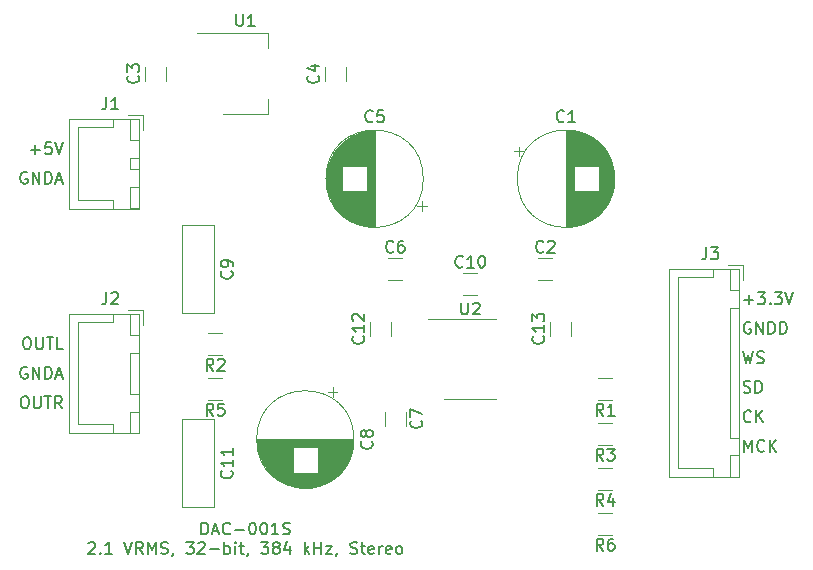
<source format=gbr>
%TF.GenerationSoftware,KiCad,Pcbnew,(5.1.6)-1*%
%TF.CreationDate,2020-11-10T02:08:12+03:00*%
%TF.ProjectId,dac-001s,6461632d-3030-4317-932e-6b696361645f,rev?*%
%TF.SameCoordinates,Original*%
%TF.FileFunction,Legend,Top*%
%TF.FilePolarity,Positive*%
%FSLAX46Y46*%
G04 Gerber Fmt 4.6, Leading zero omitted, Abs format (unit mm)*
G04 Created by KiCad (PCBNEW (5.1.6)-1) date 2020-11-10 02:08:12*
%MOMM*%
%LPD*%
G01*
G04 APERTURE LIST*
%ADD10C,0.150000*%
%ADD11C,0.120000*%
G04 APERTURE END LIST*
D10*
X104235714Y-78367380D02*
X104235714Y-77367380D01*
X104473809Y-77367380D01*
X104616666Y-77415000D01*
X104711904Y-77510238D01*
X104759523Y-77605476D01*
X104807142Y-77795952D01*
X104807142Y-77938809D01*
X104759523Y-78129285D01*
X104711904Y-78224523D01*
X104616666Y-78319761D01*
X104473809Y-78367380D01*
X104235714Y-78367380D01*
X105188095Y-78081666D02*
X105664285Y-78081666D01*
X105092857Y-78367380D02*
X105426190Y-77367380D01*
X105759523Y-78367380D01*
X106664285Y-78272142D02*
X106616666Y-78319761D01*
X106473809Y-78367380D01*
X106378571Y-78367380D01*
X106235714Y-78319761D01*
X106140476Y-78224523D01*
X106092857Y-78129285D01*
X106045238Y-77938809D01*
X106045238Y-77795952D01*
X106092857Y-77605476D01*
X106140476Y-77510238D01*
X106235714Y-77415000D01*
X106378571Y-77367380D01*
X106473809Y-77367380D01*
X106616666Y-77415000D01*
X106664285Y-77462619D01*
X107092857Y-77986428D02*
X107854761Y-77986428D01*
X108521428Y-77367380D02*
X108616666Y-77367380D01*
X108711904Y-77415000D01*
X108759523Y-77462619D01*
X108807142Y-77557857D01*
X108854761Y-77748333D01*
X108854761Y-77986428D01*
X108807142Y-78176904D01*
X108759523Y-78272142D01*
X108711904Y-78319761D01*
X108616666Y-78367380D01*
X108521428Y-78367380D01*
X108426190Y-78319761D01*
X108378571Y-78272142D01*
X108330952Y-78176904D01*
X108283333Y-77986428D01*
X108283333Y-77748333D01*
X108330952Y-77557857D01*
X108378571Y-77462619D01*
X108426190Y-77415000D01*
X108521428Y-77367380D01*
X109473809Y-77367380D02*
X109569047Y-77367380D01*
X109664285Y-77415000D01*
X109711904Y-77462619D01*
X109759523Y-77557857D01*
X109807142Y-77748333D01*
X109807142Y-77986428D01*
X109759523Y-78176904D01*
X109711904Y-78272142D01*
X109664285Y-78319761D01*
X109569047Y-78367380D01*
X109473809Y-78367380D01*
X109378571Y-78319761D01*
X109330952Y-78272142D01*
X109283333Y-78176904D01*
X109235714Y-77986428D01*
X109235714Y-77748333D01*
X109283333Y-77557857D01*
X109330952Y-77462619D01*
X109378571Y-77415000D01*
X109473809Y-77367380D01*
X110759523Y-78367380D02*
X110188095Y-78367380D01*
X110473809Y-78367380D02*
X110473809Y-77367380D01*
X110378571Y-77510238D01*
X110283333Y-77605476D01*
X110188095Y-77653095D01*
X111140476Y-78319761D02*
X111283333Y-78367380D01*
X111521428Y-78367380D01*
X111616666Y-78319761D01*
X111664285Y-78272142D01*
X111711904Y-78176904D01*
X111711904Y-78081666D01*
X111664285Y-77986428D01*
X111616666Y-77938809D01*
X111521428Y-77891190D01*
X111330952Y-77843571D01*
X111235714Y-77795952D01*
X111188095Y-77748333D01*
X111140476Y-77653095D01*
X111140476Y-77557857D01*
X111188095Y-77462619D01*
X111235714Y-77415000D01*
X111330952Y-77367380D01*
X111569047Y-77367380D01*
X111711904Y-77415000D01*
X94664285Y-79112619D02*
X94711904Y-79065000D01*
X94807142Y-79017380D01*
X95045238Y-79017380D01*
X95140476Y-79065000D01*
X95188095Y-79112619D01*
X95235714Y-79207857D01*
X95235714Y-79303095D01*
X95188095Y-79445952D01*
X94616666Y-80017380D01*
X95235714Y-80017380D01*
X95664285Y-79922142D02*
X95711904Y-79969761D01*
X95664285Y-80017380D01*
X95616666Y-79969761D01*
X95664285Y-79922142D01*
X95664285Y-80017380D01*
X96664285Y-80017380D02*
X96092857Y-80017380D01*
X96378571Y-80017380D02*
X96378571Y-79017380D01*
X96283333Y-79160238D01*
X96188095Y-79255476D01*
X96092857Y-79303095D01*
X97711904Y-79017380D02*
X98045238Y-80017380D01*
X98378571Y-79017380D01*
X99283333Y-80017380D02*
X98950000Y-79541190D01*
X98711904Y-80017380D02*
X98711904Y-79017380D01*
X99092857Y-79017380D01*
X99188095Y-79065000D01*
X99235714Y-79112619D01*
X99283333Y-79207857D01*
X99283333Y-79350714D01*
X99235714Y-79445952D01*
X99188095Y-79493571D01*
X99092857Y-79541190D01*
X98711904Y-79541190D01*
X99711904Y-80017380D02*
X99711904Y-79017380D01*
X100045238Y-79731666D01*
X100378571Y-79017380D01*
X100378571Y-80017380D01*
X100807142Y-79969761D02*
X100950000Y-80017380D01*
X101188095Y-80017380D01*
X101283333Y-79969761D01*
X101330952Y-79922142D01*
X101378571Y-79826904D01*
X101378571Y-79731666D01*
X101330952Y-79636428D01*
X101283333Y-79588809D01*
X101188095Y-79541190D01*
X100997619Y-79493571D01*
X100902380Y-79445952D01*
X100854761Y-79398333D01*
X100807142Y-79303095D01*
X100807142Y-79207857D01*
X100854761Y-79112619D01*
X100902380Y-79065000D01*
X100997619Y-79017380D01*
X101235714Y-79017380D01*
X101378571Y-79065000D01*
X101854761Y-79969761D02*
X101854761Y-80017380D01*
X101807142Y-80112619D01*
X101759523Y-80160238D01*
X102950000Y-79017380D02*
X103569047Y-79017380D01*
X103235714Y-79398333D01*
X103378571Y-79398333D01*
X103473809Y-79445952D01*
X103521428Y-79493571D01*
X103569047Y-79588809D01*
X103569047Y-79826904D01*
X103521428Y-79922142D01*
X103473809Y-79969761D01*
X103378571Y-80017380D01*
X103092857Y-80017380D01*
X102997619Y-79969761D01*
X102950000Y-79922142D01*
X103950000Y-79112619D02*
X103997619Y-79065000D01*
X104092857Y-79017380D01*
X104330952Y-79017380D01*
X104426190Y-79065000D01*
X104473809Y-79112619D01*
X104521428Y-79207857D01*
X104521428Y-79303095D01*
X104473809Y-79445952D01*
X103902380Y-80017380D01*
X104521428Y-80017380D01*
X104950000Y-79636428D02*
X105711904Y-79636428D01*
X106188095Y-80017380D02*
X106188095Y-79017380D01*
X106188095Y-79398333D02*
X106283333Y-79350714D01*
X106473809Y-79350714D01*
X106569047Y-79398333D01*
X106616666Y-79445952D01*
X106664285Y-79541190D01*
X106664285Y-79826904D01*
X106616666Y-79922142D01*
X106569047Y-79969761D01*
X106473809Y-80017380D01*
X106283333Y-80017380D01*
X106188095Y-79969761D01*
X107092857Y-80017380D02*
X107092857Y-79350714D01*
X107092857Y-79017380D02*
X107045238Y-79065000D01*
X107092857Y-79112619D01*
X107140476Y-79065000D01*
X107092857Y-79017380D01*
X107092857Y-79112619D01*
X107426190Y-79350714D02*
X107807142Y-79350714D01*
X107569047Y-79017380D02*
X107569047Y-79874523D01*
X107616666Y-79969761D01*
X107711904Y-80017380D01*
X107807142Y-80017380D01*
X108188095Y-79969761D02*
X108188095Y-80017380D01*
X108140476Y-80112619D01*
X108092857Y-80160238D01*
X109283333Y-79017380D02*
X109902380Y-79017380D01*
X109569047Y-79398333D01*
X109711904Y-79398333D01*
X109807142Y-79445952D01*
X109854761Y-79493571D01*
X109902380Y-79588809D01*
X109902380Y-79826904D01*
X109854761Y-79922142D01*
X109807142Y-79969761D01*
X109711904Y-80017380D01*
X109426190Y-80017380D01*
X109330952Y-79969761D01*
X109283333Y-79922142D01*
X110473809Y-79445952D02*
X110378571Y-79398333D01*
X110330952Y-79350714D01*
X110283333Y-79255476D01*
X110283333Y-79207857D01*
X110330952Y-79112619D01*
X110378571Y-79065000D01*
X110473809Y-79017380D01*
X110664285Y-79017380D01*
X110759523Y-79065000D01*
X110807142Y-79112619D01*
X110854761Y-79207857D01*
X110854761Y-79255476D01*
X110807142Y-79350714D01*
X110759523Y-79398333D01*
X110664285Y-79445952D01*
X110473809Y-79445952D01*
X110378571Y-79493571D01*
X110330952Y-79541190D01*
X110283333Y-79636428D01*
X110283333Y-79826904D01*
X110330952Y-79922142D01*
X110378571Y-79969761D01*
X110473809Y-80017380D01*
X110664285Y-80017380D01*
X110759523Y-79969761D01*
X110807142Y-79922142D01*
X110854761Y-79826904D01*
X110854761Y-79636428D01*
X110807142Y-79541190D01*
X110759523Y-79493571D01*
X110664285Y-79445952D01*
X111711904Y-79350714D02*
X111711904Y-80017380D01*
X111473809Y-78969761D02*
X111235714Y-79684047D01*
X111854761Y-79684047D01*
X112997619Y-80017380D02*
X112997619Y-79017380D01*
X113092857Y-79636428D02*
X113378571Y-80017380D01*
X113378571Y-79350714D02*
X112997619Y-79731666D01*
X113807142Y-80017380D02*
X113807142Y-79017380D01*
X113807142Y-79493571D02*
X114378571Y-79493571D01*
X114378571Y-80017380D02*
X114378571Y-79017380D01*
X114759523Y-79350714D02*
X115283333Y-79350714D01*
X114759523Y-80017380D01*
X115283333Y-80017380D01*
X115711904Y-79969761D02*
X115711904Y-80017380D01*
X115664285Y-80112619D01*
X115616666Y-80160238D01*
X116854761Y-79969761D02*
X116997619Y-80017380D01*
X117235714Y-80017380D01*
X117330952Y-79969761D01*
X117378571Y-79922142D01*
X117426190Y-79826904D01*
X117426190Y-79731666D01*
X117378571Y-79636428D01*
X117330952Y-79588809D01*
X117235714Y-79541190D01*
X117045238Y-79493571D01*
X116950000Y-79445952D01*
X116902380Y-79398333D01*
X116854761Y-79303095D01*
X116854761Y-79207857D01*
X116902380Y-79112619D01*
X116950000Y-79065000D01*
X117045238Y-79017380D01*
X117283333Y-79017380D01*
X117426190Y-79065000D01*
X117711904Y-79350714D02*
X118092857Y-79350714D01*
X117854761Y-79017380D02*
X117854761Y-79874523D01*
X117902380Y-79969761D01*
X117997619Y-80017380D01*
X118092857Y-80017380D01*
X118807142Y-79969761D02*
X118711904Y-80017380D01*
X118521428Y-80017380D01*
X118426190Y-79969761D01*
X118378571Y-79874523D01*
X118378571Y-79493571D01*
X118426190Y-79398333D01*
X118521428Y-79350714D01*
X118711904Y-79350714D01*
X118807142Y-79398333D01*
X118854761Y-79493571D01*
X118854761Y-79588809D01*
X118378571Y-79684047D01*
X119283333Y-80017380D02*
X119283333Y-79350714D01*
X119283333Y-79541190D02*
X119330952Y-79445952D01*
X119378571Y-79398333D01*
X119473809Y-79350714D01*
X119569047Y-79350714D01*
X120283333Y-79969761D02*
X120188095Y-80017380D01*
X119997619Y-80017380D01*
X119902380Y-79969761D01*
X119854761Y-79874523D01*
X119854761Y-79493571D01*
X119902380Y-79398333D01*
X119997619Y-79350714D01*
X120188095Y-79350714D01*
X120283333Y-79398333D01*
X120330952Y-79493571D01*
X120330952Y-79588809D01*
X119854761Y-79684047D01*
X120902380Y-80017380D02*
X120807142Y-79969761D01*
X120759523Y-79922142D01*
X120711904Y-79826904D01*
X120711904Y-79541190D01*
X120759523Y-79445952D01*
X120807142Y-79398333D01*
X120902380Y-79350714D01*
X121045238Y-79350714D01*
X121140476Y-79398333D01*
X121188095Y-79445952D01*
X121235714Y-79541190D01*
X121235714Y-79826904D01*
X121188095Y-79922142D01*
X121140476Y-79969761D01*
X121045238Y-80017380D01*
X120902380Y-80017380D01*
X89802976Y-45791428D02*
X90564880Y-45791428D01*
X90183928Y-46172380D02*
X90183928Y-45410476D01*
X91517261Y-45172380D02*
X91041071Y-45172380D01*
X90993452Y-45648571D01*
X91041071Y-45600952D01*
X91136309Y-45553333D01*
X91374404Y-45553333D01*
X91469642Y-45600952D01*
X91517261Y-45648571D01*
X91564880Y-45743809D01*
X91564880Y-45981904D01*
X91517261Y-46077142D01*
X91469642Y-46124761D01*
X91374404Y-46172380D01*
X91136309Y-46172380D01*
X91041071Y-46124761D01*
X90993452Y-46077142D01*
X91850595Y-45172380D02*
X92183928Y-46172380D01*
X92517261Y-45172380D01*
X89469642Y-47720000D02*
X89374404Y-47672380D01*
X89231547Y-47672380D01*
X89088690Y-47720000D01*
X88993452Y-47815238D01*
X88945833Y-47910476D01*
X88898214Y-48100952D01*
X88898214Y-48243809D01*
X88945833Y-48434285D01*
X88993452Y-48529523D01*
X89088690Y-48624761D01*
X89231547Y-48672380D01*
X89326785Y-48672380D01*
X89469642Y-48624761D01*
X89517261Y-48577142D01*
X89517261Y-48243809D01*
X89326785Y-48243809D01*
X89945833Y-48672380D02*
X89945833Y-47672380D01*
X90517261Y-48672380D01*
X90517261Y-47672380D01*
X90993452Y-48672380D02*
X90993452Y-47672380D01*
X91231547Y-47672380D01*
X91374404Y-47720000D01*
X91469642Y-47815238D01*
X91517261Y-47910476D01*
X91564880Y-48100952D01*
X91564880Y-48243809D01*
X91517261Y-48434285D01*
X91469642Y-48529523D01*
X91374404Y-48624761D01*
X91231547Y-48672380D01*
X90993452Y-48672380D01*
X91945833Y-48386666D02*
X92422023Y-48386666D01*
X91850595Y-48672380D02*
X92183928Y-47672380D01*
X92517261Y-48672380D01*
X150195595Y-71372380D02*
X150195595Y-70372380D01*
X150528928Y-71086666D01*
X150862261Y-70372380D01*
X150862261Y-71372380D01*
X151909880Y-71277142D02*
X151862261Y-71324761D01*
X151719404Y-71372380D01*
X151624166Y-71372380D01*
X151481309Y-71324761D01*
X151386071Y-71229523D01*
X151338452Y-71134285D01*
X151290833Y-70943809D01*
X151290833Y-70800952D01*
X151338452Y-70610476D01*
X151386071Y-70515238D01*
X151481309Y-70420000D01*
X151624166Y-70372380D01*
X151719404Y-70372380D01*
X151862261Y-70420000D01*
X151909880Y-70467619D01*
X152338452Y-71372380D02*
X152338452Y-70372380D01*
X152909880Y-71372380D02*
X152481309Y-70800952D01*
X152909880Y-70372380D02*
X152338452Y-70943809D01*
X150767023Y-68777142D02*
X150719404Y-68824761D01*
X150576547Y-68872380D01*
X150481309Y-68872380D01*
X150338452Y-68824761D01*
X150243214Y-68729523D01*
X150195595Y-68634285D01*
X150147976Y-68443809D01*
X150147976Y-68300952D01*
X150195595Y-68110476D01*
X150243214Y-68015238D01*
X150338452Y-67920000D01*
X150481309Y-67872380D01*
X150576547Y-67872380D01*
X150719404Y-67920000D01*
X150767023Y-67967619D01*
X151195595Y-68872380D02*
X151195595Y-67872380D01*
X151767023Y-68872380D02*
X151338452Y-68300952D01*
X151767023Y-67872380D02*
X151195595Y-68443809D01*
X150147976Y-66324761D02*
X150290833Y-66372380D01*
X150528928Y-66372380D01*
X150624166Y-66324761D01*
X150671785Y-66277142D01*
X150719404Y-66181904D01*
X150719404Y-66086666D01*
X150671785Y-65991428D01*
X150624166Y-65943809D01*
X150528928Y-65896190D01*
X150338452Y-65848571D01*
X150243214Y-65800952D01*
X150195595Y-65753333D01*
X150147976Y-65658095D01*
X150147976Y-65562857D01*
X150195595Y-65467619D01*
X150243214Y-65420000D01*
X150338452Y-65372380D01*
X150576547Y-65372380D01*
X150719404Y-65420000D01*
X151147976Y-66372380D02*
X151147976Y-65372380D01*
X151386071Y-65372380D01*
X151528928Y-65420000D01*
X151624166Y-65515238D01*
X151671785Y-65610476D01*
X151719404Y-65800952D01*
X151719404Y-65943809D01*
X151671785Y-66134285D01*
X151624166Y-66229523D01*
X151528928Y-66324761D01*
X151386071Y-66372380D01*
X151147976Y-66372380D01*
X150100357Y-62872380D02*
X150338452Y-63872380D01*
X150528928Y-63158095D01*
X150719404Y-63872380D01*
X150957500Y-62872380D01*
X151290833Y-63824761D02*
X151433690Y-63872380D01*
X151671785Y-63872380D01*
X151767023Y-63824761D01*
X151814642Y-63777142D01*
X151862261Y-63681904D01*
X151862261Y-63586666D01*
X151814642Y-63491428D01*
X151767023Y-63443809D01*
X151671785Y-63396190D01*
X151481309Y-63348571D01*
X151386071Y-63300952D01*
X151338452Y-63253333D01*
X151290833Y-63158095D01*
X151290833Y-63062857D01*
X151338452Y-62967619D01*
X151386071Y-62920000D01*
X151481309Y-62872380D01*
X151719404Y-62872380D01*
X151862261Y-62920000D01*
X150719404Y-60420000D02*
X150624166Y-60372380D01*
X150481309Y-60372380D01*
X150338452Y-60420000D01*
X150243214Y-60515238D01*
X150195595Y-60610476D01*
X150147976Y-60800952D01*
X150147976Y-60943809D01*
X150195595Y-61134285D01*
X150243214Y-61229523D01*
X150338452Y-61324761D01*
X150481309Y-61372380D01*
X150576547Y-61372380D01*
X150719404Y-61324761D01*
X150767023Y-61277142D01*
X150767023Y-60943809D01*
X150576547Y-60943809D01*
X151195595Y-61372380D02*
X151195595Y-60372380D01*
X151767023Y-61372380D01*
X151767023Y-60372380D01*
X152243214Y-61372380D02*
X152243214Y-60372380D01*
X152481309Y-60372380D01*
X152624166Y-60420000D01*
X152719404Y-60515238D01*
X152767023Y-60610476D01*
X152814642Y-60800952D01*
X152814642Y-60943809D01*
X152767023Y-61134285D01*
X152719404Y-61229523D01*
X152624166Y-61324761D01*
X152481309Y-61372380D01*
X152243214Y-61372380D01*
X153243214Y-61372380D02*
X153243214Y-60372380D01*
X153481309Y-60372380D01*
X153624166Y-60420000D01*
X153719404Y-60515238D01*
X153767023Y-60610476D01*
X153814642Y-60800952D01*
X153814642Y-60943809D01*
X153767023Y-61134285D01*
X153719404Y-61229523D01*
X153624166Y-61324761D01*
X153481309Y-61372380D01*
X153243214Y-61372380D01*
X150195595Y-58491428D02*
X150957500Y-58491428D01*
X150576547Y-58872380D02*
X150576547Y-58110476D01*
X151338452Y-57872380D02*
X151957500Y-57872380D01*
X151624166Y-58253333D01*
X151767023Y-58253333D01*
X151862261Y-58300952D01*
X151909880Y-58348571D01*
X151957500Y-58443809D01*
X151957500Y-58681904D01*
X151909880Y-58777142D01*
X151862261Y-58824761D01*
X151767023Y-58872380D01*
X151481309Y-58872380D01*
X151386071Y-58824761D01*
X151338452Y-58777142D01*
X152386071Y-58777142D02*
X152433690Y-58824761D01*
X152386071Y-58872380D01*
X152338452Y-58824761D01*
X152386071Y-58777142D01*
X152386071Y-58872380D01*
X152767023Y-57872380D02*
X153386071Y-57872380D01*
X153052738Y-58253333D01*
X153195595Y-58253333D01*
X153290833Y-58300952D01*
X153338452Y-58348571D01*
X153386071Y-58443809D01*
X153386071Y-58681904D01*
X153338452Y-58777142D01*
X153290833Y-58824761D01*
X153195595Y-58872380D01*
X152909880Y-58872380D01*
X152814642Y-58824761D01*
X152767023Y-58777142D01*
X153671785Y-57872380D02*
X154005119Y-58872380D01*
X154338452Y-57872380D01*
X89183928Y-66682380D02*
X89374404Y-66682380D01*
X89469642Y-66730000D01*
X89564880Y-66825238D01*
X89612500Y-67015714D01*
X89612500Y-67349047D01*
X89564880Y-67539523D01*
X89469642Y-67634761D01*
X89374404Y-67682380D01*
X89183928Y-67682380D01*
X89088690Y-67634761D01*
X88993452Y-67539523D01*
X88945833Y-67349047D01*
X88945833Y-67015714D01*
X88993452Y-66825238D01*
X89088690Y-66730000D01*
X89183928Y-66682380D01*
X90041071Y-66682380D02*
X90041071Y-67491904D01*
X90088690Y-67587142D01*
X90136309Y-67634761D01*
X90231547Y-67682380D01*
X90422023Y-67682380D01*
X90517261Y-67634761D01*
X90564880Y-67587142D01*
X90612500Y-67491904D01*
X90612500Y-66682380D01*
X90945833Y-66682380D02*
X91517261Y-66682380D01*
X91231547Y-67682380D02*
X91231547Y-66682380D01*
X92422023Y-67682380D02*
X92088690Y-67206190D01*
X91850595Y-67682380D02*
X91850595Y-66682380D01*
X92231547Y-66682380D01*
X92326785Y-66730000D01*
X92374404Y-66777619D01*
X92422023Y-66872857D01*
X92422023Y-67015714D01*
X92374404Y-67110952D01*
X92326785Y-67158571D01*
X92231547Y-67206190D01*
X91850595Y-67206190D01*
X89469642Y-64230000D02*
X89374404Y-64182380D01*
X89231547Y-64182380D01*
X89088690Y-64230000D01*
X88993452Y-64325238D01*
X88945833Y-64420476D01*
X88898214Y-64610952D01*
X88898214Y-64753809D01*
X88945833Y-64944285D01*
X88993452Y-65039523D01*
X89088690Y-65134761D01*
X89231547Y-65182380D01*
X89326785Y-65182380D01*
X89469642Y-65134761D01*
X89517261Y-65087142D01*
X89517261Y-64753809D01*
X89326785Y-64753809D01*
X89945833Y-65182380D02*
X89945833Y-64182380D01*
X90517261Y-65182380D01*
X90517261Y-64182380D01*
X90993452Y-65182380D02*
X90993452Y-64182380D01*
X91231547Y-64182380D01*
X91374404Y-64230000D01*
X91469642Y-64325238D01*
X91517261Y-64420476D01*
X91564880Y-64610952D01*
X91564880Y-64753809D01*
X91517261Y-64944285D01*
X91469642Y-65039523D01*
X91374404Y-65134761D01*
X91231547Y-65182380D01*
X90993452Y-65182380D01*
X91945833Y-64896666D02*
X92422023Y-64896666D01*
X91850595Y-65182380D02*
X92183928Y-64182380D01*
X92517261Y-65182380D01*
X89374404Y-61682380D02*
X89564880Y-61682380D01*
X89660119Y-61730000D01*
X89755357Y-61825238D01*
X89802976Y-62015714D01*
X89802976Y-62349047D01*
X89755357Y-62539523D01*
X89660119Y-62634761D01*
X89564880Y-62682380D01*
X89374404Y-62682380D01*
X89279166Y-62634761D01*
X89183928Y-62539523D01*
X89136309Y-62349047D01*
X89136309Y-62015714D01*
X89183928Y-61825238D01*
X89279166Y-61730000D01*
X89374404Y-61682380D01*
X90231547Y-61682380D02*
X90231547Y-62491904D01*
X90279166Y-62587142D01*
X90326785Y-62634761D01*
X90422023Y-62682380D01*
X90612500Y-62682380D01*
X90707738Y-62634761D01*
X90755357Y-62587142D01*
X90802976Y-62491904D01*
X90802976Y-61682380D01*
X91136309Y-61682380D02*
X91707738Y-61682380D01*
X91422023Y-62682380D02*
X91422023Y-61682380D01*
X92517261Y-62682380D02*
X92041071Y-62682380D01*
X92041071Y-61682380D01*
D11*
%TO.C,J3*%
X150070000Y-55570000D02*
X148820000Y-55570000D01*
X150070000Y-56820000D02*
X150070000Y-55570000D01*
X144570000Y-72720000D02*
X144570000Y-64670000D01*
X147520000Y-72720000D02*
X144570000Y-72720000D01*
X147520000Y-73470000D02*
X147520000Y-72720000D01*
X144570000Y-56620000D02*
X144570000Y-64670000D01*
X147520000Y-56620000D02*
X144570000Y-56620000D01*
X147520000Y-55870000D02*
X147520000Y-56620000D01*
X149770000Y-73470000D02*
X149770000Y-71670000D01*
X149020000Y-73470000D02*
X149770000Y-73470000D01*
X149020000Y-71670000D02*
X149020000Y-73470000D01*
X149770000Y-71670000D02*
X149020000Y-71670000D01*
X149770000Y-57670000D02*
X149770000Y-55870000D01*
X149020000Y-57670000D02*
X149770000Y-57670000D01*
X149020000Y-55870000D02*
X149020000Y-57670000D01*
X149770000Y-55870000D02*
X149020000Y-55870000D01*
X149770000Y-70170000D02*
X149770000Y-59170000D01*
X149020000Y-70170000D02*
X149770000Y-70170000D01*
X149020000Y-59170000D02*
X149020000Y-70170000D01*
X149770000Y-59170000D02*
X149020000Y-59170000D01*
X149780000Y-73480000D02*
X149780000Y-55860000D01*
X143810000Y-73480000D02*
X149780000Y-73480000D01*
X143810000Y-55860000D02*
X143810000Y-73480000D01*
X149780000Y-55860000D02*
X143810000Y-55860000D01*
%TO.C,J2*%
X99270000Y-59380000D02*
X98020000Y-59380000D01*
X99270000Y-60630000D02*
X99270000Y-59380000D01*
X93770000Y-69030000D02*
X93770000Y-64730000D01*
X96720000Y-69030000D02*
X93770000Y-69030000D01*
X96720000Y-69780000D02*
X96720000Y-69030000D01*
X93770000Y-60430000D02*
X93770000Y-64730000D01*
X96720000Y-60430000D02*
X93770000Y-60430000D01*
X96720000Y-59680000D02*
X96720000Y-60430000D01*
X98970000Y-69780000D02*
X98970000Y-67980000D01*
X98220000Y-69780000D02*
X98970000Y-69780000D01*
X98220000Y-67980000D02*
X98220000Y-69780000D01*
X98970000Y-67980000D02*
X98220000Y-67980000D01*
X98970000Y-61480000D02*
X98970000Y-59680000D01*
X98220000Y-61480000D02*
X98970000Y-61480000D01*
X98220000Y-59680000D02*
X98220000Y-61480000D01*
X98970000Y-59680000D02*
X98220000Y-59680000D01*
X98970000Y-66480000D02*
X98970000Y-62980000D01*
X98220000Y-66480000D02*
X98970000Y-66480000D01*
X98220000Y-62980000D02*
X98220000Y-66480000D01*
X98970000Y-62980000D02*
X98220000Y-62980000D01*
X98980000Y-69790000D02*
X98980000Y-59670000D01*
X93010000Y-69790000D02*
X98980000Y-69790000D01*
X93010000Y-59670000D02*
X93010000Y-69790000D01*
X98980000Y-59670000D02*
X93010000Y-59670000D01*
%TO.C,J1*%
X99270000Y-42870000D02*
X98020000Y-42870000D01*
X99270000Y-44120000D02*
X99270000Y-42870000D01*
X93770000Y-50020000D02*
X93770000Y-46970000D01*
X96720000Y-50020000D02*
X93770000Y-50020000D01*
X96720000Y-50770000D02*
X96720000Y-50020000D01*
X93770000Y-43920000D02*
X93770000Y-46970000D01*
X96720000Y-43920000D02*
X93770000Y-43920000D01*
X96720000Y-43170000D02*
X96720000Y-43920000D01*
X98970000Y-50770000D02*
X98970000Y-48970000D01*
X98220000Y-50770000D02*
X98970000Y-50770000D01*
X98220000Y-48970000D02*
X98220000Y-50770000D01*
X98970000Y-48970000D02*
X98220000Y-48970000D01*
X98970000Y-44970000D02*
X98970000Y-43170000D01*
X98220000Y-44970000D02*
X98970000Y-44970000D01*
X98220000Y-43170000D02*
X98220000Y-44970000D01*
X98970000Y-43170000D02*
X98220000Y-43170000D01*
X98970000Y-47470000D02*
X98970000Y-46470000D01*
X98220000Y-47470000D02*
X98970000Y-47470000D01*
X98220000Y-46470000D02*
X98220000Y-47470000D01*
X98970000Y-46470000D02*
X98220000Y-46470000D01*
X98980000Y-50780000D02*
X98980000Y-43160000D01*
X93010000Y-50780000D02*
X98980000Y-50780000D01*
X93010000Y-43160000D02*
X93010000Y-50780000D01*
X98980000Y-43160000D02*
X93010000Y-43160000D01*
%TO.C,R6*%
X139032064Y-78380000D02*
X137827936Y-78380000D01*
X139032064Y-76560000D02*
X137827936Y-76560000D01*
%TO.C,R4*%
X139032064Y-74570000D02*
X137827936Y-74570000D01*
X139032064Y-72750000D02*
X137827936Y-72750000D01*
%TO.C,R3*%
X139032064Y-70760000D02*
X137827936Y-70760000D01*
X139032064Y-68940000D02*
X137827936Y-68940000D01*
%TO.C,R1*%
X139032064Y-66950000D02*
X137827936Y-66950000D01*
X139032064Y-65130000D02*
X137827936Y-65130000D01*
%TO.C,C1*%
X131090302Y-45545000D02*
X131090302Y-46345000D01*
X130690302Y-45945000D02*
X131490302Y-45945000D01*
X139181000Y-47727000D02*
X139181000Y-48793000D01*
X139141000Y-47492000D02*
X139141000Y-49028000D01*
X139101000Y-47312000D02*
X139101000Y-49208000D01*
X139061000Y-47162000D02*
X139061000Y-49358000D01*
X139021000Y-47031000D02*
X139021000Y-49489000D01*
X138981000Y-46914000D02*
X138981000Y-49606000D01*
X138941000Y-46807000D02*
X138941000Y-49713000D01*
X138901000Y-46708000D02*
X138901000Y-49812000D01*
X138861000Y-46615000D02*
X138861000Y-49905000D01*
X138821000Y-46529000D02*
X138821000Y-49991000D01*
X138781000Y-46447000D02*
X138781000Y-50073000D01*
X138741000Y-46370000D02*
X138741000Y-50150000D01*
X138701000Y-46296000D02*
X138701000Y-50224000D01*
X138661000Y-46226000D02*
X138661000Y-50294000D01*
X138621000Y-46158000D02*
X138621000Y-50362000D01*
X138581000Y-46094000D02*
X138581000Y-50426000D01*
X138541000Y-46032000D02*
X138541000Y-50488000D01*
X138501000Y-45973000D02*
X138501000Y-50547000D01*
X138461000Y-45915000D02*
X138461000Y-50605000D01*
X138421000Y-45860000D02*
X138421000Y-50660000D01*
X138381000Y-45806000D02*
X138381000Y-50714000D01*
X138341000Y-45755000D02*
X138341000Y-50765000D01*
X138301000Y-45704000D02*
X138301000Y-50816000D01*
X138261000Y-45656000D02*
X138261000Y-50864000D01*
X138221000Y-45609000D02*
X138221000Y-50911000D01*
X138181000Y-45563000D02*
X138181000Y-50957000D01*
X138141000Y-45519000D02*
X138141000Y-51001000D01*
X138101000Y-45476000D02*
X138101000Y-51044000D01*
X138061000Y-45434000D02*
X138061000Y-51086000D01*
X138021000Y-45393000D02*
X138021000Y-51127000D01*
X137981000Y-45353000D02*
X137981000Y-51167000D01*
X137941000Y-45315000D02*
X137941000Y-51205000D01*
X137901000Y-45277000D02*
X137901000Y-51243000D01*
X137861000Y-49300000D02*
X137861000Y-51279000D01*
X137861000Y-45241000D02*
X137861000Y-47220000D01*
X137821000Y-49300000D02*
X137821000Y-51315000D01*
X137821000Y-45205000D02*
X137821000Y-47220000D01*
X137781000Y-49300000D02*
X137781000Y-51350000D01*
X137781000Y-45170000D02*
X137781000Y-47220000D01*
X137741000Y-49300000D02*
X137741000Y-51384000D01*
X137741000Y-45136000D02*
X137741000Y-47220000D01*
X137701000Y-49300000D02*
X137701000Y-51416000D01*
X137701000Y-45104000D02*
X137701000Y-47220000D01*
X137661000Y-49300000D02*
X137661000Y-51449000D01*
X137661000Y-45071000D02*
X137661000Y-47220000D01*
X137621000Y-49300000D02*
X137621000Y-51480000D01*
X137621000Y-45040000D02*
X137621000Y-47220000D01*
X137581000Y-49300000D02*
X137581000Y-51510000D01*
X137581000Y-45010000D02*
X137581000Y-47220000D01*
X137541000Y-49300000D02*
X137541000Y-51540000D01*
X137541000Y-44980000D02*
X137541000Y-47220000D01*
X137501000Y-49300000D02*
X137501000Y-51569000D01*
X137501000Y-44951000D02*
X137501000Y-47220000D01*
X137461000Y-49300000D02*
X137461000Y-51598000D01*
X137461000Y-44922000D02*
X137461000Y-47220000D01*
X137421000Y-49300000D02*
X137421000Y-51625000D01*
X137421000Y-44895000D02*
X137421000Y-47220000D01*
X137381000Y-49300000D02*
X137381000Y-51652000D01*
X137381000Y-44868000D02*
X137381000Y-47220000D01*
X137341000Y-49300000D02*
X137341000Y-51678000D01*
X137341000Y-44842000D02*
X137341000Y-47220000D01*
X137301000Y-49300000D02*
X137301000Y-51704000D01*
X137301000Y-44816000D02*
X137301000Y-47220000D01*
X137261000Y-49300000D02*
X137261000Y-51729000D01*
X137261000Y-44791000D02*
X137261000Y-47220000D01*
X137221000Y-49300000D02*
X137221000Y-51753000D01*
X137221000Y-44767000D02*
X137221000Y-47220000D01*
X137181000Y-49300000D02*
X137181000Y-51777000D01*
X137181000Y-44743000D02*
X137181000Y-47220000D01*
X137141000Y-49300000D02*
X137141000Y-51800000D01*
X137141000Y-44720000D02*
X137141000Y-47220000D01*
X137101000Y-49300000D02*
X137101000Y-51822000D01*
X137101000Y-44698000D02*
X137101000Y-47220000D01*
X137061000Y-49300000D02*
X137061000Y-51844000D01*
X137061000Y-44676000D02*
X137061000Y-47220000D01*
X137021000Y-49300000D02*
X137021000Y-51866000D01*
X137021000Y-44654000D02*
X137021000Y-47220000D01*
X136981000Y-49300000D02*
X136981000Y-51887000D01*
X136981000Y-44633000D02*
X136981000Y-47220000D01*
X136941000Y-49300000D02*
X136941000Y-51907000D01*
X136941000Y-44613000D02*
X136941000Y-47220000D01*
X136901000Y-49300000D02*
X136901000Y-51926000D01*
X136901000Y-44594000D02*
X136901000Y-47220000D01*
X136861000Y-49300000D02*
X136861000Y-51946000D01*
X136861000Y-44574000D02*
X136861000Y-47220000D01*
X136821000Y-49300000D02*
X136821000Y-51964000D01*
X136821000Y-44556000D02*
X136821000Y-47220000D01*
X136781000Y-49300000D02*
X136781000Y-51982000D01*
X136781000Y-44538000D02*
X136781000Y-47220000D01*
X136741000Y-49300000D02*
X136741000Y-52000000D01*
X136741000Y-44520000D02*
X136741000Y-47220000D01*
X136701000Y-49300000D02*
X136701000Y-52017000D01*
X136701000Y-44503000D02*
X136701000Y-47220000D01*
X136661000Y-49300000D02*
X136661000Y-52034000D01*
X136661000Y-44486000D02*
X136661000Y-47220000D01*
X136621000Y-49300000D02*
X136621000Y-52050000D01*
X136621000Y-44470000D02*
X136621000Y-47220000D01*
X136581000Y-49300000D02*
X136581000Y-52065000D01*
X136581000Y-44455000D02*
X136581000Y-47220000D01*
X136541000Y-49300000D02*
X136541000Y-52081000D01*
X136541000Y-44439000D02*
X136541000Y-47220000D01*
X136501000Y-49300000D02*
X136501000Y-52095000D01*
X136501000Y-44425000D02*
X136501000Y-47220000D01*
X136461000Y-49300000D02*
X136461000Y-52110000D01*
X136461000Y-44410000D02*
X136461000Y-47220000D01*
X136421000Y-49300000D02*
X136421000Y-52123000D01*
X136421000Y-44397000D02*
X136421000Y-47220000D01*
X136381000Y-49300000D02*
X136381000Y-52137000D01*
X136381000Y-44383000D02*
X136381000Y-47220000D01*
X136341000Y-49300000D02*
X136341000Y-52149000D01*
X136341000Y-44371000D02*
X136341000Y-47220000D01*
X136301000Y-49300000D02*
X136301000Y-52162000D01*
X136301000Y-44358000D02*
X136301000Y-47220000D01*
X136261000Y-49300000D02*
X136261000Y-52174000D01*
X136261000Y-44346000D02*
X136261000Y-47220000D01*
X136221000Y-49300000D02*
X136221000Y-52185000D01*
X136221000Y-44335000D02*
X136221000Y-47220000D01*
X136181000Y-49300000D02*
X136181000Y-52196000D01*
X136181000Y-44324000D02*
X136181000Y-47220000D01*
X136141000Y-49300000D02*
X136141000Y-52207000D01*
X136141000Y-44313000D02*
X136141000Y-47220000D01*
X136101000Y-49300000D02*
X136101000Y-52217000D01*
X136101000Y-44303000D02*
X136101000Y-47220000D01*
X136061000Y-49300000D02*
X136061000Y-52227000D01*
X136061000Y-44293000D02*
X136061000Y-47220000D01*
X136021000Y-49300000D02*
X136021000Y-52236000D01*
X136021000Y-44284000D02*
X136021000Y-47220000D01*
X135981000Y-49300000D02*
X135981000Y-52245000D01*
X135981000Y-44275000D02*
X135981000Y-47220000D01*
X135941000Y-49300000D02*
X135941000Y-52254000D01*
X135941000Y-44266000D02*
X135941000Y-47220000D01*
X135901000Y-49300000D02*
X135901000Y-52262000D01*
X135901000Y-44258000D02*
X135901000Y-47220000D01*
X135861000Y-49300000D02*
X135861000Y-52270000D01*
X135861000Y-44250000D02*
X135861000Y-47220000D01*
X135821000Y-49300000D02*
X135821000Y-52277000D01*
X135821000Y-44243000D02*
X135821000Y-47220000D01*
X135780000Y-44236000D02*
X135780000Y-52284000D01*
X135740000Y-44230000D02*
X135740000Y-52290000D01*
X135700000Y-44223000D02*
X135700000Y-52297000D01*
X135660000Y-44218000D02*
X135660000Y-52302000D01*
X135620000Y-44212000D02*
X135620000Y-52308000D01*
X135580000Y-44208000D02*
X135580000Y-52312000D01*
X135540000Y-44203000D02*
X135540000Y-52317000D01*
X135500000Y-44199000D02*
X135500000Y-52321000D01*
X135460000Y-44195000D02*
X135460000Y-52325000D01*
X135420000Y-44192000D02*
X135420000Y-52328000D01*
X135380000Y-44189000D02*
X135380000Y-52331000D01*
X135340000Y-44186000D02*
X135340000Y-52334000D01*
X135300000Y-44184000D02*
X135300000Y-52336000D01*
X135260000Y-44183000D02*
X135260000Y-52337000D01*
X135220000Y-44181000D02*
X135220000Y-52339000D01*
X135180000Y-44180000D02*
X135180000Y-52340000D01*
X135140000Y-44180000D02*
X135140000Y-52340000D01*
X135100000Y-44180000D02*
X135100000Y-52340000D01*
X139220000Y-48260000D02*
G75*
G03*
X139220000Y-48260000I-4120000J0D01*
G01*
%TO.C,C4*%
X116480000Y-39972064D02*
X116480000Y-38767936D01*
X114660000Y-39972064D02*
X114660000Y-38767936D01*
%TO.C,C3*%
X101240000Y-39972064D02*
X101240000Y-38767936D01*
X99420000Y-39972064D02*
X99420000Y-38767936D01*
%TO.C,U1*%
X109860000Y-42780000D02*
X109860000Y-41520000D01*
X109860000Y-35960000D02*
X109860000Y-37220000D01*
X106100000Y-42780000D02*
X109860000Y-42780000D01*
X103850000Y-35960000D02*
X109860000Y-35960000D01*
%TO.C,R5*%
X106012064Y-65130000D02*
X104807936Y-65130000D01*
X106012064Y-66950000D02*
X104807936Y-66950000D01*
%TO.C,R2*%
X106012064Y-63140000D02*
X104807936Y-63140000D01*
X106012064Y-61320000D02*
X104807936Y-61320000D01*
%TO.C,C11*%
X105292500Y-76070000D02*
X102552500Y-76070000D01*
X105292500Y-68630000D02*
X102552500Y-68630000D01*
X102552500Y-68630000D02*
X102552500Y-76070000D01*
X105292500Y-68630000D02*
X105292500Y-76070000D01*
%TO.C,C9*%
X102552500Y-52200000D02*
X105292500Y-52200000D01*
X102552500Y-59640000D02*
X105292500Y-59640000D01*
X105292500Y-59640000D02*
X105292500Y-52200000D01*
X102552500Y-59640000D02*
X102552500Y-52200000D01*
%TO.C,C13*%
X133710000Y-61562064D02*
X133710000Y-60357936D01*
X135530000Y-61562064D02*
X135530000Y-60357936D01*
%TO.C,C12*%
X120290000Y-61562064D02*
X120290000Y-60357936D01*
X118470000Y-61562064D02*
X118470000Y-60357936D01*
%TO.C,C8*%
X115745000Y-66320302D02*
X114945000Y-66320302D01*
X115345000Y-65920302D02*
X115345000Y-66720302D01*
X113563000Y-74411000D02*
X112497000Y-74411000D01*
X113798000Y-74371000D02*
X112262000Y-74371000D01*
X113978000Y-74331000D02*
X112082000Y-74331000D01*
X114128000Y-74291000D02*
X111932000Y-74291000D01*
X114259000Y-74251000D02*
X111801000Y-74251000D01*
X114376000Y-74211000D02*
X111684000Y-74211000D01*
X114483000Y-74171000D02*
X111577000Y-74171000D01*
X114582000Y-74131000D02*
X111478000Y-74131000D01*
X114675000Y-74091000D02*
X111385000Y-74091000D01*
X114761000Y-74051000D02*
X111299000Y-74051000D01*
X114843000Y-74011000D02*
X111217000Y-74011000D01*
X114920000Y-73971000D02*
X111140000Y-73971000D01*
X114994000Y-73931000D02*
X111066000Y-73931000D01*
X115064000Y-73891000D02*
X110996000Y-73891000D01*
X115132000Y-73851000D02*
X110928000Y-73851000D01*
X115196000Y-73811000D02*
X110864000Y-73811000D01*
X115258000Y-73771000D02*
X110802000Y-73771000D01*
X115317000Y-73731000D02*
X110743000Y-73731000D01*
X115375000Y-73691000D02*
X110685000Y-73691000D01*
X115430000Y-73651000D02*
X110630000Y-73651000D01*
X115484000Y-73611000D02*
X110576000Y-73611000D01*
X115535000Y-73571000D02*
X110525000Y-73571000D01*
X115586000Y-73531000D02*
X110474000Y-73531000D01*
X115634000Y-73491000D02*
X110426000Y-73491000D01*
X115681000Y-73451000D02*
X110379000Y-73451000D01*
X115727000Y-73411000D02*
X110333000Y-73411000D01*
X115771000Y-73371000D02*
X110289000Y-73371000D01*
X115814000Y-73331000D02*
X110246000Y-73331000D01*
X115856000Y-73291000D02*
X110204000Y-73291000D01*
X115897000Y-73251000D02*
X110163000Y-73251000D01*
X115937000Y-73211000D02*
X110123000Y-73211000D01*
X115975000Y-73171000D02*
X110085000Y-73171000D01*
X116013000Y-73131000D02*
X110047000Y-73131000D01*
X111990000Y-73091000D02*
X110011000Y-73091000D01*
X116049000Y-73091000D02*
X114070000Y-73091000D01*
X111990000Y-73051000D02*
X109975000Y-73051000D01*
X116085000Y-73051000D02*
X114070000Y-73051000D01*
X111990000Y-73011000D02*
X109940000Y-73011000D01*
X116120000Y-73011000D02*
X114070000Y-73011000D01*
X111990000Y-72971000D02*
X109906000Y-72971000D01*
X116154000Y-72971000D02*
X114070000Y-72971000D01*
X111990000Y-72931000D02*
X109874000Y-72931000D01*
X116186000Y-72931000D02*
X114070000Y-72931000D01*
X111990000Y-72891000D02*
X109841000Y-72891000D01*
X116219000Y-72891000D02*
X114070000Y-72891000D01*
X111990000Y-72851000D02*
X109810000Y-72851000D01*
X116250000Y-72851000D02*
X114070000Y-72851000D01*
X111990000Y-72811000D02*
X109780000Y-72811000D01*
X116280000Y-72811000D02*
X114070000Y-72811000D01*
X111990000Y-72771000D02*
X109750000Y-72771000D01*
X116310000Y-72771000D02*
X114070000Y-72771000D01*
X111990000Y-72731000D02*
X109721000Y-72731000D01*
X116339000Y-72731000D02*
X114070000Y-72731000D01*
X111990000Y-72691000D02*
X109692000Y-72691000D01*
X116368000Y-72691000D02*
X114070000Y-72691000D01*
X111990000Y-72651000D02*
X109665000Y-72651000D01*
X116395000Y-72651000D02*
X114070000Y-72651000D01*
X111990000Y-72611000D02*
X109638000Y-72611000D01*
X116422000Y-72611000D02*
X114070000Y-72611000D01*
X111990000Y-72571000D02*
X109612000Y-72571000D01*
X116448000Y-72571000D02*
X114070000Y-72571000D01*
X111990000Y-72531000D02*
X109586000Y-72531000D01*
X116474000Y-72531000D02*
X114070000Y-72531000D01*
X111990000Y-72491000D02*
X109561000Y-72491000D01*
X116499000Y-72491000D02*
X114070000Y-72491000D01*
X111990000Y-72451000D02*
X109537000Y-72451000D01*
X116523000Y-72451000D02*
X114070000Y-72451000D01*
X111990000Y-72411000D02*
X109513000Y-72411000D01*
X116547000Y-72411000D02*
X114070000Y-72411000D01*
X111990000Y-72371000D02*
X109490000Y-72371000D01*
X116570000Y-72371000D02*
X114070000Y-72371000D01*
X111990000Y-72331000D02*
X109468000Y-72331000D01*
X116592000Y-72331000D02*
X114070000Y-72331000D01*
X111990000Y-72291000D02*
X109446000Y-72291000D01*
X116614000Y-72291000D02*
X114070000Y-72291000D01*
X111990000Y-72251000D02*
X109424000Y-72251000D01*
X116636000Y-72251000D02*
X114070000Y-72251000D01*
X111990000Y-72211000D02*
X109403000Y-72211000D01*
X116657000Y-72211000D02*
X114070000Y-72211000D01*
X111990000Y-72171000D02*
X109383000Y-72171000D01*
X116677000Y-72171000D02*
X114070000Y-72171000D01*
X111990000Y-72131000D02*
X109364000Y-72131000D01*
X116696000Y-72131000D02*
X114070000Y-72131000D01*
X111990000Y-72091000D02*
X109344000Y-72091000D01*
X116716000Y-72091000D02*
X114070000Y-72091000D01*
X111990000Y-72051000D02*
X109326000Y-72051000D01*
X116734000Y-72051000D02*
X114070000Y-72051000D01*
X111990000Y-72011000D02*
X109308000Y-72011000D01*
X116752000Y-72011000D02*
X114070000Y-72011000D01*
X111990000Y-71971000D02*
X109290000Y-71971000D01*
X116770000Y-71971000D02*
X114070000Y-71971000D01*
X111990000Y-71931000D02*
X109273000Y-71931000D01*
X116787000Y-71931000D02*
X114070000Y-71931000D01*
X111990000Y-71891000D02*
X109256000Y-71891000D01*
X116804000Y-71891000D02*
X114070000Y-71891000D01*
X111990000Y-71851000D02*
X109240000Y-71851000D01*
X116820000Y-71851000D02*
X114070000Y-71851000D01*
X111990000Y-71811000D02*
X109225000Y-71811000D01*
X116835000Y-71811000D02*
X114070000Y-71811000D01*
X111990000Y-71771000D02*
X109209000Y-71771000D01*
X116851000Y-71771000D02*
X114070000Y-71771000D01*
X111990000Y-71731000D02*
X109195000Y-71731000D01*
X116865000Y-71731000D02*
X114070000Y-71731000D01*
X111990000Y-71691000D02*
X109180000Y-71691000D01*
X116880000Y-71691000D02*
X114070000Y-71691000D01*
X111990000Y-71651000D02*
X109167000Y-71651000D01*
X116893000Y-71651000D02*
X114070000Y-71651000D01*
X111990000Y-71611000D02*
X109153000Y-71611000D01*
X116907000Y-71611000D02*
X114070000Y-71611000D01*
X111990000Y-71571000D02*
X109141000Y-71571000D01*
X116919000Y-71571000D02*
X114070000Y-71571000D01*
X111990000Y-71531000D02*
X109128000Y-71531000D01*
X116932000Y-71531000D02*
X114070000Y-71531000D01*
X111990000Y-71491000D02*
X109116000Y-71491000D01*
X116944000Y-71491000D02*
X114070000Y-71491000D01*
X111990000Y-71451000D02*
X109105000Y-71451000D01*
X116955000Y-71451000D02*
X114070000Y-71451000D01*
X111990000Y-71411000D02*
X109094000Y-71411000D01*
X116966000Y-71411000D02*
X114070000Y-71411000D01*
X111990000Y-71371000D02*
X109083000Y-71371000D01*
X116977000Y-71371000D02*
X114070000Y-71371000D01*
X111990000Y-71331000D02*
X109073000Y-71331000D01*
X116987000Y-71331000D02*
X114070000Y-71331000D01*
X111990000Y-71291000D02*
X109063000Y-71291000D01*
X116997000Y-71291000D02*
X114070000Y-71291000D01*
X111990000Y-71251000D02*
X109054000Y-71251000D01*
X117006000Y-71251000D02*
X114070000Y-71251000D01*
X111990000Y-71211000D02*
X109045000Y-71211000D01*
X117015000Y-71211000D02*
X114070000Y-71211000D01*
X111990000Y-71171000D02*
X109036000Y-71171000D01*
X117024000Y-71171000D02*
X114070000Y-71171000D01*
X111990000Y-71131000D02*
X109028000Y-71131000D01*
X117032000Y-71131000D02*
X114070000Y-71131000D01*
X111990000Y-71091000D02*
X109020000Y-71091000D01*
X117040000Y-71091000D02*
X114070000Y-71091000D01*
X111990000Y-71051000D02*
X109013000Y-71051000D01*
X117047000Y-71051000D02*
X114070000Y-71051000D01*
X117054000Y-71010000D02*
X109006000Y-71010000D01*
X117060000Y-70970000D02*
X109000000Y-70970000D01*
X117067000Y-70930000D02*
X108993000Y-70930000D01*
X117072000Y-70890000D02*
X108988000Y-70890000D01*
X117078000Y-70850000D02*
X108982000Y-70850000D01*
X117082000Y-70810000D02*
X108978000Y-70810000D01*
X117087000Y-70770000D02*
X108973000Y-70770000D01*
X117091000Y-70730000D02*
X108969000Y-70730000D01*
X117095000Y-70690000D02*
X108965000Y-70690000D01*
X117098000Y-70650000D02*
X108962000Y-70650000D01*
X117101000Y-70610000D02*
X108959000Y-70610000D01*
X117104000Y-70570000D02*
X108956000Y-70570000D01*
X117106000Y-70530000D02*
X108954000Y-70530000D01*
X117107000Y-70490000D02*
X108953000Y-70490000D01*
X117109000Y-70450000D02*
X108951000Y-70450000D01*
X117110000Y-70410000D02*
X108950000Y-70410000D01*
X117110000Y-70370000D02*
X108950000Y-70370000D01*
X117110000Y-70330000D02*
X108950000Y-70330000D01*
X117150000Y-70330000D02*
G75*
G03*
X117150000Y-70330000I-4120000J0D01*
G01*
%TO.C,C5*%
X122909698Y-50975000D02*
X122909698Y-50175000D01*
X123309698Y-50575000D02*
X122509698Y-50575000D01*
X114819000Y-48793000D02*
X114819000Y-47727000D01*
X114859000Y-49028000D02*
X114859000Y-47492000D01*
X114899000Y-49208000D02*
X114899000Y-47312000D01*
X114939000Y-49358000D02*
X114939000Y-47162000D01*
X114979000Y-49489000D02*
X114979000Y-47031000D01*
X115019000Y-49606000D02*
X115019000Y-46914000D01*
X115059000Y-49713000D02*
X115059000Y-46807000D01*
X115099000Y-49812000D02*
X115099000Y-46708000D01*
X115139000Y-49905000D02*
X115139000Y-46615000D01*
X115179000Y-49991000D02*
X115179000Y-46529000D01*
X115219000Y-50073000D02*
X115219000Y-46447000D01*
X115259000Y-50150000D02*
X115259000Y-46370000D01*
X115299000Y-50224000D02*
X115299000Y-46296000D01*
X115339000Y-50294000D02*
X115339000Y-46226000D01*
X115379000Y-50362000D02*
X115379000Y-46158000D01*
X115419000Y-50426000D02*
X115419000Y-46094000D01*
X115459000Y-50488000D02*
X115459000Y-46032000D01*
X115499000Y-50547000D02*
X115499000Y-45973000D01*
X115539000Y-50605000D02*
X115539000Y-45915000D01*
X115579000Y-50660000D02*
X115579000Y-45860000D01*
X115619000Y-50714000D02*
X115619000Y-45806000D01*
X115659000Y-50765000D02*
X115659000Y-45755000D01*
X115699000Y-50816000D02*
X115699000Y-45704000D01*
X115739000Y-50864000D02*
X115739000Y-45656000D01*
X115779000Y-50911000D02*
X115779000Y-45609000D01*
X115819000Y-50957000D02*
X115819000Y-45563000D01*
X115859000Y-51001000D02*
X115859000Y-45519000D01*
X115899000Y-51044000D02*
X115899000Y-45476000D01*
X115939000Y-51086000D02*
X115939000Y-45434000D01*
X115979000Y-51127000D02*
X115979000Y-45393000D01*
X116019000Y-51167000D02*
X116019000Y-45353000D01*
X116059000Y-51205000D02*
X116059000Y-45315000D01*
X116099000Y-51243000D02*
X116099000Y-45277000D01*
X116139000Y-47220000D02*
X116139000Y-45241000D01*
X116139000Y-51279000D02*
X116139000Y-49300000D01*
X116179000Y-47220000D02*
X116179000Y-45205000D01*
X116179000Y-51315000D02*
X116179000Y-49300000D01*
X116219000Y-47220000D02*
X116219000Y-45170000D01*
X116219000Y-51350000D02*
X116219000Y-49300000D01*
X116259000Y-47220000D02*
X116259000Y-45136000D01*
X116259000Y-51384000D02*
X116259000Y-49300000D01*
X116299000Y-47220000D02*
X116299000Y-45104000D01*
X116299000Y-51416000D02*
X116299000Y-49300000D01*
X116339000Y-47220000D02*
X116339000Y-45071000D01*
X116339000Y-51449000D02*
X116339000Y-49300000D01*
X116379000Y-47220000D02*
X116379000Y-45040000D01*
X116379000Y-51480000D02*
X116379000Y-49300000D01*
X116419000Y-47220000D02*
X116419000Y-45010000D01*
X116419000Y-51510000D02*
X116419000Y-49300000D01*
X116459000Y-47220000D02*
X116459000Y-44980000D01*
X116459000Y-51540000D02*
X116459000Y-49300000D01*
X116499000Y-47220000D02*
X116499000Y-44951000D01*
X116499000Y-51569000D02*
X116499000Y-49300000D01*
X116539000Y-47220000D02*
X116539000Y-44922000D01*
X116539000Y-51598000D02*
X116539000Y-49300000D01*
X116579000Y-47220000D02*
X116579000Y-44895000D01*
X116579000Y-51625000D02*
X116579000Y-49300000D01*
X116619000Y-47220000D02*
X116619000Y-44868000D01*
X116619000Y-51652000D02*
X116619000Y-49300000D01*
X116659000Y-47220000D02*
X116659000Y-44842000D01*
X116659000Y-51678000D02*
X116659000Y-49300000D01*
X116699000Y-47220000D02*
X116699000Y-44816000D01*
X116699000Y-51704000D02*
X116699000Y-49300000D01*
X116739000Y-47220000D02*
X116739000Y-44791000D01*
X116739000Y-51729000D02*
X116739000Y-49300000D01*
X116779000Y-47220000D02*
X116779000Y-44767000D01*
X116779000Y-51753000D02*
X116779000Y-49300000D01*
X116819000Y-47220000D02*
X116819000Y-44743000D01*
X116819000Y-51777000D02*
X116819000Y-49300000D01*
X116859000Y-47220000D02*
X116859000Y-44720000D01*
X116859000Y-51800000D02*
X116859000Y-49300000D01*
X116899000Y-47220000D02*
X116899000Y-44698000D01*
X116899000Y-51822000D02*
X116899000Y-49300000D01*
X116939000Y-47220000D02*
X116939000Y-44676000D01*
X116939000Y-51844000D02*
X116939000Y-49300000D01*
X116979000Y-47220000D02*
X116979000Y-44654000D01*
X116979000Y-51866000D02*
X116979000Y-49300000D01*
X117019000Y-47220000D02*
X117019000Y-44633000D01*
X117019000Y-51887000D02*
X117019000Y-49300000D01*
X117059000Y-47220000D02*
X117059000Y-44613000D01*
X117059000Y-51907000D02*
X117059000Y-49300000D01*
X117099000Y-47220000D02*
X117099000Y-44594000D01*
X117099000Y-51926000D02*
X117099000Y-49300000D01*
X117139000Y-47220000D02*
X117139000Y-44574000D01*
X117139000Y-51946000D02*
X117139000Y-49300000D01*
X117179000Y-47220000D02*
X117179000Y-44556000D01*
X117179000Y-51964000D02*
X117179000Y-49300000D01*
X117219000Y-47220000D02*
X117219000Y-44538000D01*
X117219000Y-51982000D02*
X117219000Y-49300000D01*
X117259000Y-47220000D02*
X117259000Y-44520000D01*
X117259000Y-52000000D02*
X117259000Y-49300000D01*
X117299000Y-47220000D02*
X117299000Y-44503000D01*
X117299000Y-52017000D02*
X117299000Y-49300000D01*
X117339000Y-47220000D02*
X117339000Y-44486000D01*
X117339000Y-52034000D02*
X117339000Y-49300000D01*
X117379000Y-47220000D02*
X117379000Y-44470000D01*
X117379000Y-52050000D02*
X117379000Y-49300000D01*
X117419000Y-47220000D02*
X117419000Y-44455000D01*
X117419000Y-52065000D02*
X117419000Y-49300000D01*
X117459000Y-47220000D02*
X117459000Y-44439000D01*
X117459000Y-52081000D02*
X117459000Y-49300000D01*
X117499000Y-47220000D02*
X117499000Y-44425000D01*
X117499000Y-52095000D02*
X117499000Y-49300000D01*
X117539000Y-47220000D02*
X117539000Y-44410000D01*
X117539000Y-52110000D02*
X117539000Y-49300000D01*
X117579000Y-47220000D02*
X117579000Y-44397000D01*
X117579000Y-52123000D02*
X117579000Y-49300000D01*
X117619000Y-47220000D02*
X117619000Y-44383000D01*
X117619000Y-52137000D02*
X117619000Y-49300000D01*
X117659000Y-47220000D02*
X117659000Y-44371000D01*
X117659000Y-52149000D02*
X117659000Y-49300000D01*
X117699000Y-47220000D02*
X117699000Y-44358000D01*
X117699000Y-52162000D02*
X117699000Y-49300000D01*
X117739000Y-47220000D02*
X117739000Y-44346000D01*
X117739000Y-52174000D02*
X117739000Y-49300000D01*
X117779000Y-47220000D02*
X117779000Y-44335000D01*
X117779000Y-52185000D02*
X117779000Y-49300000D01*
X117819000Y-47220000D02*
X117819000Y-44324000D01*
X117819000Y-52196000D02*
X117819000Y-49300000D01*
X117859000Y-47220000D02*
X117859000Y-44313000D01*
X117859000Y-52207000D02*
X117859000Y-49300000D01*
X117899000Y-47220000D02*
X117899000Y-44303000D01*
X117899000Y-52217000D02*
X117899000Y-49300000D01*
X117939000Y-47220000D02*
X117939000Y-44293000D01*
X117939000Y-52227000D02*
X117939000Y-49300000D01*
X117979000Y-47220000D02*
X117979000Y-44284000D01*
X117979000Y-52236000D02*
X117979000Y-49300000D01*
X118019000Y-47220000D02*
X118019000Y-44275000D01*
X118019000Y-52245000D02*
X118019000Y-49300000D01*
X118059000Y-47220000D02*
X118059000Y-44266000D01*
X118059000Y-52254000D02*
X118059000Y-49300000D01*
X118099000Y-47220000D02*
X118099000Y-44258000D01*
X118099000Y-52262000D02*
X118099000Y-49300000D01*
X118139000Y-47220000D02*
X118139000Y-44250000D01*
X118139000Y-52270000D02*
X118139000Y-49300000D01*
X118179000Y-47220000D02*
X118179000Y-44243000D01*
X118179000Y-52277000D02*
X118179000Y-49300000D01*
X118220000Y-52284000D02*
X118220000Y-44236000D01*
X118260000Y-52290000D02*
X118260000Y-44230000D01*
X118300000Y-52297000D02*
X118300000Y-44223000D01*
X118340000Y-52302000D02*
X118340000Y-44218000D01*
X118380000Y-52308000D02*
X118380000Y-44212000D01*
X118420000Y-52312000D02*
X118420000Y-44208000D01*
X118460000Y-52317000D02*
X118460000Y-44203000D01*
X118500000Y-52321000D02*
X118500000Y-44199000D01*
X118540000Y-52325000D02*
X118540000Y-44195000D01*
X118580000Y-52328000D02*
X118580000Y-44192000D01*
X118620000Y-52331000D02*
X118620000Y-44189000D01*
X118660000Y-52334000D02*
X118660000Y-44186000D01*
X118700000Y-52336000D02*
X118700000Y-44184000D01*
X118740000Y-52337000D02*
X118740000Y-44183000D01*
X118780000Y-52339000D02*
X118780000Y-44181000D01*
X118820000Y-52340000D02*
X118820000Y-44180000D01*
X118860000Y-52340000D02*
X118860000Y-44180000D01*
X118900000Y-52340000D02*
X118900000Y-44180000D01*
X123020000Y-48260000D02*
G75*
G03*
X123020000Y-48260000I-4120000J0D01*
G01*
%TO.C,C7*%
X121560000Y-67977936D02*
X121560000Y-69182064D01*
X119740000Y-67977936D02*
X119740000Y-69182064D01*
%TO.C,C2*%
X132747936Y-54970000D02*
X133952064Y-54970000D01*
X132747936Y-56790000D02*
X133952064Y-56790000D01*
%TO.C,C6*%
X121252064Y-56790000D02*
X120047936Y-56790000D01*
X121252064Y-54970000D02*
X120047936Y-54970000D01*
%TO.C,C10*%
X126397936Y-58060000D02*
X127602064Y-58060000D01*
X126397936Y-56240000D02*
X127602064Y-56240000D01*
%TO.C,U2*%
X127000000Y-60115000D02*
X123400000Y-60115000D01*
X127000000Y-60115000D02*
X129200000Y-60115000D01*
X127000000Y-66885000D02*
X124800000Y-66885000D01*
X127000000Y-66885000D02*
X129200000Y-66885000D01*
%TO.C,J3*%
D10*
X146986666Y-54062380D02*
X146986666Y-54776666D01*
X146939047Y-54919523D01*
X146843809Y-55014761D01*
X146700952Y-55062380D01*
X146605714Y-55062380D01*
X147367619Y-54062380D02*
X147986666Y-54062380D01*
X147653333Y-54443333D01*
X147796190Y-54443333D01*
X147891428Y-54490952D01*
X147939047Y-54538571D01*
X147986666Y-54633809D01*
X147986666Y-54871904D01*
X147939047Y-54967142D01*
X147891428Y-55014761D01*
X147796190Y-55062380D01*
X147510476Y-55062380D01*
X147415238Y-55014761D01*
X147367619Y-54967142D01*
%TO.C,J2*%
X96186666Y-57872380D02*
X96186666Y-58586666D01*
X96139047Y-58729523D01*
X96043809Y-58824761D01*
X95900952Y-58872380D01*
X95805714Y-58872380D01*
X96615238Y-57967619D02*
X96662857Y-57920000D01*
X96758095Y-57872380D01*
X96996190Y-57872380D01*
X97091428Y-57920000D01*
X97139047Y-57967619D01*
X97186666Y-58062857D01*
X97186666Y-58158095D01*
X97139047Y-58300952D01*
X96567619Y-58872380D01*
X97186666Y-58872380D01*
%TO.C,J1*%
X96186666Y-41362380D02*
X96186666Y-42076666D01*
X96139047Y-42219523D01*
X96043809Y-42314761D01*
X95900952Y-42362380D01*
X95805714Y-42362380D01*
X97186666Y-42362380D02*
X96615238Y-42362380D01*
X96900952Y-42362380D02*
X96900952Y-41362380D01*
X96805714Y-41505238D01*
X96710476Y-41600476D01*
X96615238Y-41648095D01*
%TO.C,R6*%
X138263333Y-79742380D02*
X137930000Y-79266190D01*
X137691904Y-79742380D02*
X137691904Y-78742380D01*
X138072857Y-78742380D01*
X138168095Y-78790000D01*
X138215714Y-78837619D01*
X138263333Y-78932857D01*
X138263333Y-79075714D01*
X138215714Y-79170952D01*
X138168095Y-79218571D01*
X138072857Y-79266190D01*
X137691904Y-79266190D01*
X139120476Y-78742380D02*
X138930000Y-78742380D01*
X138834761Y-78790000D01*
X138787142Y-78837619D01*
X138691904Y-78980476D01*
X138644285Y-79170952D01*
X138644285Y-79551904D01*
X138691904Y-79647142D01*
X138739523Y-79694761D01*
X138834761Y-79742380D01*
X139025238Y-79742380D01*
X139120476Y-79694761D01*
X139168095Y-79647142D01*
X139215714Y-79551904D01*
X139215714Y-79313809D01*
X139168095Y-79218571D01*
X139120476Y-79170952D01*
X139025238Y-79123333D01*
X138834761Y-79123333D01*
X138739523Y-79170952D01*
X138691904Y-79218571D01*
X138644285Y-79313809D01*
%TO.C,R4*%
X138263333Y-75932380D02*
X137930000Y-75456190D01*
X137691904Y-75932380D02*
X137691904Y-74932380D01*
X138072857Y-74932380D01*
X138168095Y-74980000D01*
X138215714Y-75027619D01*
X138263333Y-75122857D01*
X138263333Y-75265714D01*
X138215714Y-75360952D01*
X138168095Y-75408571D01*
X138072857Y-75456190D01*
X137691904Y-75456190D01*
X139120476Y-75265714D02*
X139120476Y-75932380D01*
X138882380Y-74884761D02*
X138644285Y-75599047D01*
X139263333Y-75599047D01*
%TO.C,R3*%
X138263333Y-72122380D02*
X137930000Y-71646190D01*
X137691904Y-72122380D02*
X137691904Y-71122380D01*
X138072857Y-71122380D01*
X138168095Y-71170000D01*
X138215714Y-71217619D01*
X138263333Y-71312857D01*
X138263333Y-71455714D01*
X138215714Y-71550952D01*
X138168095Y-71598571D01*
X138072857Y-71646190D01*
X137691904Y-71646190D01*
X138596666Y-71122380D02*
X139215714Y-71122380D01*
X138882380Y-71503333D01*
X139025238Y-71503333D01*
X139120476Y-71550952D01*
X139168095Y-71598571D01*
X139215714Y-71693809D01*
X139215714Y-71931904D01*
X139168095Y-72027142D01*
X139120476Y-72074761D01*
X139025238Y-72122380D01*
X138739523Y-72122380D01*
X138644285Y-72074761D01*
X138596666Y-72027142D01*
%TO.C,R1*%
X138263333Y-68312380D02*
X137930000Y-67836190D01*
X137691904Y-68312380D02*
X137691904Y-67312380D01*
X138072857Y-67312380D01*
X138168095Y-67360000D01*
X138215714Y-67407619D01*
X138263333Y-67502857D01*
X138263333Y-67645714D01*
X138215714Y-67740952D01*
X138168095Y-67788571D01*
X138072857Y-67836190D01*
X137691904Y-67836190D01*
X139215714Y-68312380D02*
X138644285Y-68312380D01*
X138930000Y-68312380D02*
X138930000Y-67312380D01*
X138834761Y-67455238D01*
X138739523Y-67550476D01*
X138644285Y-67598095D01*
%TO.C,C1*%
X134933333Y-43367142D02*
X134885714Y-43414761D01*
X134742857Y-43462380D01*
X134647619Y-43462380D01*
X134504761Y-43414761D01*
X134409523Y-43319523D01*
X134361904Y-43224285D01*
X134314285Y-43033809D01*
X134314285Y-42890952D01*
X134361904Y-42700476D01*
X134409523Y-42605238D01*
X134504761Y-42510000D01*
X134647619Y-42462380D01*
X134742857Y-42462380D01*
X134885714Y-42510000D01*
X134933333Y-42557619D01*
X135885714Y-43462380D02*
X135314285Y-43462380D01*
X135600000Y-43462380D02*
X135600000Y-42462380D01*
X135504761Y-42605238D01*
X135409523Y-42700476D01*
X135314285Y-42748095D01*
%TO.C,C4*%
X114107142Y-39536666D02*
X114154761Y-39584285D01*
X114202380Y-39727142D01*
X114202380Y-39822380D01*
X114154761Y-39965238D01*
X114059523Y-40060476D01*
X113964285Y-40108095D01*
X113773809Y-40155714D01*
X113630952Y-40155714D01*
X113440476Y-40108095D01*
X113345238Y-40060476D01*
X113250000Y-39965238D01*
X113202380Y-39822380D01*
X113202380Y-39727142D01*
X113250000Y-39584285D01*
X113297619Y-39536666D01*
X113535714Y-38679523D02*
X114202380Y-38679523D01*
X113154761Y-38917619D02*
X113869047Y-39155714D01*
X113869047Y-38536666D01*
%TO.C,C3*%
X98867142Y-39536666D02*
X98914761Y-39584285D01*
X98962380Y-39727142D01*
X98962380Y-39822380D01*
X98914761Y-39965238D01*
X98819523Y-40060476D01*
X98724285Y-40108095D01*
X98533809Y-40155714D01*
X98390952Y-40155714D01*
X98200476Y-40108095D01*
X98105238Y-40060476D01*
X98010000Y-39965238D01*
X97962380Y-39822380D01*
X97962380Y-39727142D01*
X98010000Y-39584285D01*
X98057619Y-39536666D01*
X97962380Y-39203333D02*
X97962380Y-38584285D01*
X98343333Y-38917619D01*
X98343333Y-38774761D01*
X98390952Y-38679523D01*
X98438571Y-38631904D01*
X98533809Y-38584285D01*
X98771904Y-38584285D01*
X98867142Y-38631904D01*
X98914761Y-38679523D01*
X98962380Y-38774761D01*
X98962380Y-39060476D01*
X98914761Y-39155714D01*
X98867142Y-39203333D01*
%TO.C,U1*%
X107188095Y-34322380D02*
X107188095Y-35131904D01*
X107235714Y-35227142D01*
X107283333Y-35274761D01*
X107378571Y-35322380D01*
X107569047Y-35322380D01*
X107664285Y-35274761D01*
X107711904Y-35227142D01*
X107759523Y-35131904D01*
X107759523Y-34322380D01*
X108759523Y-35322380D02*
X108188095Y-35322380D01*
X108473809Y-35322380D02*
X108473809Y-34322380D01*
X108378571Y-34465238D01*
X108283333Y-34560476D01*
X108188095Y-34608095D01*
%TO.C,R5*%
X105243333Y-68312380D02*
X104910000Y-67836190D01*
X104671904Y-68312380D02*
X104671904Y-67312380D01*
X105052857Y-67312380D01*
X105148095Y-67360000D01*
X105195714Y-67407619D01*
X105243333Y-67502857D01*
X105243333Y-67645714D01*
X105195714Y-67740952D01*
X105148095Y-67788571D01*
X105052857Y-67836190D01*
X104671904Y-67836190D01*
X106148095Y-67312380D02*
X105671904Y-67312380D01*
X105624285Y-67788571D01*
X105671904Y-67740952D01*
X105767142Y-67693333D01*
X106005238Y-67693333D01*
X106100476Y-67740952D01*
X106148095Y-67788571D01*
X106195714Y-67883809D01*
X106195714Y-68121904D01*
X106148095Y-68217142D01*
X106100476Y-68264761D01*
X106005238Y-68312380D01*
X105767142Y-68312380D01*
X105671904Y-68264761D01*
X105624285Y-68217142D01*
%TO.C,R2*%
X105243333Y-64502380D02*
X104910000Y-64026190D01*
X104671904Y-64502380D02*
X104671904Y-63502380D01*
X105052857Y-63502380D01*
X105148095Y-63550000D01*
X105195714Y-63597619D01*
X105243333Y-63692857D01*
X105243333Y-63835714D01*
X105195714Y-63930952D01*
X105148095Y-63978571D01*
X105052857Y-64026190D01*
X104671904Y-64026190D01*
X105624285Y-63597619D02*
X105671904Y-63550000D01*
X105767142Y-63502380D01*
X106005238Y-63502380D01*
X106100476Y-63550000D01*
X106148095Y-63597619D01*
X106195714Y-63692857D01*
X106195714Y-63788095D01*
X106148095Y-63930952D01*
X105576666Y-64502380D01*
X106195714Y-64502380D01*
%TO.C,C11*%
X106779642Y-72992857D02*
X106827261Y-73040476D01*
X106874880Y-73183333D01*
X106874880Y-73278571D01*
X106827261Y-73421428D01*
X106732023Y-73516666D01*
X106636785Y-73564285D01*
X106446309Y-73611904D01*
X106303452Y-73611904D01*
X106112976Y-73564285D01*
X106017738Y-73516666D01*
X105922500Y-73421428D01*
X105874880Y-73278571D01*
X105874880Y-73183333D01*
X105922500Y-73040476D01*
X105970119Y-72992857D01*
X106874880Y-72040476D02*
X106874880Y-72611904D01*
X106874880Y-72326190D02*
X105874880Y-72326190D01*
X106017738Y-72421428D01*
X106112976Y-72516666D01*
X106160595Y-72611904D01*
X106874880Y-71088095D02*
X106874880Y-71659523D01*
X106874880Y-71373809D02*
X105874880Y-71373809D01*
X106017738Y-71469047D01*
X106112976Y-71564285D01*
X106160595Y-71659523D01*
%TO.C,C9*%
X106779642Y-56086666D02*
X106827261Y-56134285D01*
X106874880Y-56277142D01*
X106874880Y-56372380D01*
X106827261Y-56515238D01*
X106732023Y-56610476D01*
X106636785Y-56658095D01*
X106446309Y-56705714D01*
X106303452Y-56705714D01*
X106112976Y-56658095D01*
X106017738Y-56610476D01*
X105922500Y-56515238D01*
X105874880Y-56372380D01*
X105874880Y-56277142D01*
X105922500Y-56134285D01*
X105970119Y-56086666D01*
X106874880Y-55610476D02*
X106874880Y-55420000D01*
X106827261Y-55324761D01*
X106779642Y-55277142D01*
X106636785Y-55181904D01*
X106446309Y-55134285D01*
X106065357Y-55134285D01*
X105970119Y-55181904D01*
X105922500Y-55229523D01*
X105874880Y-55324761D01*
X105874880Y-55515238D01*
X105922500Y-55610476D01*
X105970119Y-55658095D01*
X106065357Y-55705714D01*
X106303452Y-55705714D01*
X106398690Y-55658095D01*
X106446309Y-55610476D01*
X106493928Y-55515238D01*
X106493928Y-55324761D01*
X106446309Y-55229523D01*
X106398690Y-55181904D01*
X106303452Y-55134285D01*
%TO.C,C13*%
X133157142Y-61602857D02*
X133204761Y-61650476D01*
X133252380Y-61793333D01*
X133252380Y-61888571D01*
X133204761Y-62031428D01*
X133109523Y-62126666D01*
X133014285Y-62174285D01*
X132823809Y-62221904D01*
X132680952Y-62221904D01*
X132490476Y-62174285D01*
X132395238Y-62126666D01*
X132300000Y-62031428D01*
X132252380Y-61888571D01*
X132252380Y-61793333D01*
X132300000Y-61650476D01*
X132347619Y-61602857D01*
X133252380Y-60650476D02*
X133252380Y-61221904D01*
X133252380Y-60936190D02*
X132252380Y-60936190D01*
X132395238Y-61031428D01*
X132490476Y-61126666D01*
X132538095Y-61221904D01*
X132252380Y-60317142D02*
X132252380Y-59698095D01*
X132633333Y-60031428D01*
X132633333Y-59888571D01*
X132680952Y-59793333D01*
X132728571Y-59745714D01*
X132823809Y-59698095D01*
X133061904Y-59698095D01*
X133157142Y-59745714D01*
X133204761Y-59793333D01*
X133252380Y-59888571D01*
X133252380Y-60174285D01*
X133204761Y-60269523D01*
X133157142Y-60317142D01*
%TO.C,C12*%
X117917142Y-61602857D02*
X117964761Y-61650476D01*
X118012380Y-61793333D01*
X118012380Y-61888571D01*
X117964761Y-62031428D01*
X117869523Y-62126666D01*
X117774285Y-62174285D01*
X117583809Y-62221904D01*
X117440952Y-62221904D01*
X117250476Y-62174285D01*
X117155238Y-62126666D01*
X117060000Y-62031428D01*
X117012380Y-61888571D01*
X117012380Y-61793333D01*
X117060000Y-61650476D01*
X117107619Y-61602857D01*
X118012380Y-60650476D02*
X118012380Y-61221904D01*
X118012380Y-60936190D02*
X117012380Y-60936190D01*
X117155238Y-61031428D01*
X117250476Y-61126666D01*
X117298095Y-61221904D01*
X117107619Y-60269523D02*
X117060000Y-60221904D01*
X117012380Y-60126666D01*
X117012380Y-59888571D01*
X117060000Y-59793333D01*
X117107619Y-59745714D01*
X117202857Y-59698095D01*
X117298095Y-59698095D01*
X117440952Y-59745714D01*
X118012380Y-60317142D01*
X118012380Y-59698095D01*
%TO.C,C8*%
X118637142Y-70496666D02*
X118684761Y-70544285D01*
X118732380Y-70687142D01*
X118732380Y-70782380D01*
X118684761Y-70925238D01*
X118589523Y-71020476D01*
X118494285Y-71068095D01*
X118303809Y-71115714D01*
X118160952Y-71115714D01*
X117970476Y-71068095D01*
X117875238Y-71020476D01*
X117780000Y-70925238D01*
X117732380Y-70782380D01*
X117732380Y-70687142D01*
X117780000Y-70544285D01*
X117827619Y-70496666D01*
X118160952Y-69925238D02*
X118113333Y-70020476D01*
X118065714Y-70068095D01*
X117970476Y-70115714D01*
X117922857Y-70115714D01*
X117827619Y-70068095D01*
X117780000Y-70020476D01*
X117732380Y-69925238D01*
X117732380Y-69734761D01*
X117780000Y-69639523D01*
X117827619Y-69591904D01*
X117922857Y-69544285D01*
X117970476Y-69544285D01*
X118065714Y-69591904D01*
X118113333Y-69639523D01*
X118160952Y-69734761D01*
X118160952Y-69925238D01*
X118208571Y-70020476D01*
X118256190Y-70068095D01*
X118351428Y-70115714D01*
X118541904Y-70115714D01*
X118637142Y-70068095D01*
X118684761Y-70020476D01*
X118732380Y-69925238D01*
X118732380Y-69734761D01*
X118684761Y-69639523D01*
X118637142Y-69591904D01*
X118541904Y-69544285D01*
X118351428Y-69544285D01*
X118256190Y-69591904D01*
X118208571Y-69639523D01*
X118160952Y-69734761D01*
%TO.C,C5*%
X118733333Y-43367142D02*
X118685714Y-43414761D01*
X118542857Y-43462380D01*
X118447619Y-43462380D01*
X118304761Y-43414761D01*
X118209523Y-43319523D01*
X118161904Y-43224285D01*
X118114285Y-43033809D01*
X118114285Y-42890952D01*
X118161904Y-42700476D01*
X118209523Y-42605238D01*
X118304761Y-42510000D01*
X118447619Y-42462380D01*
X118542857Y-42462380D01*
X118685714Y-42510000D01*
X118733333Y-42557619D01*
X119638095Y-42462380D02*
X119161904Y-42462380D01*
X119114285Y-42938571D01*
X119161904Y-42890952D01*
X119257142Y-42843333D01*
X119495238Y-42843333D01*
X119590476Y-42890952D01*
X119638095Y-42938571D01*
X119685714Y-43033809D01*
X119685714Y-43271904D01*
X119638095Y-43367142D01*
X119590476Y-43414761D01*
X119495238Y-43462380D01*
X119257142Y-43462380D01*
X119161904Y-43414761D01*
X119114285Y-43367142D01*
%TO.C,C7*%
X122827142Y-68746666D02*
X122874761Y-68794285D01*
X122922380Y-68937142D01*
X122922380Y-69032380D01*
X122874761Y-69175238D01*
X122779523Y-69270476D01*
X122684285Y-69318095D01*
X122493809Y-69365714D01*
X122350952Y-69365714D01*
X122160476Y-69318095D01*
X122065238Y-69270476D01*
X121970000Y-69175238D01*
X121922380Y-69032380D01*
X121922380Y-68937142D01*
X121970000Y-68794285D01*
X122017619Y-68746666D01*
X121922380Y-68413333D02*
X121922380Y-67746666D01*
X122922380Y-68175238D01*
%TO.C,C2*%
X133183333Y-54417142D02*
X133135714Y-54464761D01*
X132992857Y-54512380D01*
X132897619Y-54512380D01*
X132754761Y-54464761D01*
X132659523Y-54369523D01*
X132611904Y-54274285D01*
X132564285Y-54083809D01*
X132564285Y-53940952D01*
X132611904Y-53750476D01*
X132659523Y-53655238D01*
X132754761Y-53560000D01*
X132897619Y-53512380D01*
X132992857Y-53512380D01*
X133135714Y-53560000D01*
X133183333Y-53607619D01*
X133564285Y-53607619D02*
X133611904Y-53560000D01*
X133707142Y-53512380D01*
X133945238Y-53512380D01*
X134040476Y-53560000D01*
X134088095Y-53607619D01*
X134135714Y-53702857D01*
X134135714Y-53798095D01*
X134088095Y-53940952D01*
X133516666Y-54512380D01*
X134135714Y-54512380D01*
%TO.C,C6*%
X120483333Y-54417142D02*
X120435714Y-54464761D01*
X120292857Y-54512380D01*
X120197619Y-54512380D01*
X120054761Y-54464761D01*
X119959523Y-54369523D01*
X119911904Y-54274285D01*
X119864285Y-54083809D01*
X119864285Y-53940952D01*
X119911904Y-53750476D01*
X119959523Y-53655238D01*
X120054761Y-53560000D01*
X120197619Y-53512380D01*
X120292857Y-53512380D01*
X120435714Y-53560000D01*
X120483333Y-53607619D01*
X121340476Y-53512380D02*
X121150000Y-53512380D01*
X121054761Y-53560000D01*
X121007142Y-53607619D01*
X120911904Y-53750476D01*
X120864285Y-53940952D01*
X120864285Y-54321904D01*
X120911904Y-54417142D01*
X120959523Y-54464761D01*
X121054761Y-54512380D01*
X121245238Y-54512380D01*
X121340476Y-54464761D01*
X121388095Y-54417142D01*
X121435714Y-54321904D01*
X121435714Y-54083809D01*
X121388095Y-53988571D01*
X121340476Y-53940952D01*
X121245238Y-53893333D01*
X121054761Y-53893333D01*
X120959523Y-53940952D01*
X120911904Y-53988571D01*
X120864285Y-54083809D01*
%TO.C,C10*%
X126357142Y-55687142D02*
X126309523Y-55734761D01*
X126166666Y-55782380D01*
X126071428Y-55782380D01*
X125928571Y-55734761D01*
X125833333Y-55639523D01*
X125785714Y-55544285D01*
X125738095Y-55353809D01*
X125738095Y-55210952D01*
X125785714Y-55020476D01*
X125833333Y-54925238D01*
X125928571Y-54830000D01*
X126071428Y-54782380D01*
X126166666Y-54782380D01*
X126309523Y-54830000D01*
X126357142Y-54877619D01*
X127309523Y-55782380D02*
X126738095Y-55782380D01*
X127023809Y-55782380D02*
X127023809Y-54782380D01*
X126928571Y-54925238D01*
X126833333Y-55020476D01*
X126738095Y-55068095D01*
X127928571Y-54782380D02*
X128023809Y-54782380D01*
X128119047Y-54830000D01*
X128166666Y-54877619D01*
X128214285Y-54972857D01*
X128261904Y-55163333D01*
X128261904Y-55401428D01*
X128214285Y-55591904D01*
X128166666Y-55687142D01*
X128119047Y-55734761D01*
X128023809Y-55782380D01*
X127928571Y-55782380D01*
X127833333Y-55734761D01*
X127785714Y-55687142D01*
X127738095Y-55591904D01*
X127690476Y-55401428D01*
X127690476Y-55163333D01*
X127738095Y-54972857D01*
X127785714Y-54877619D01*
X127833333Y-54830000D01*
X127928571Y-54782380D01*
%TO.C,U2*%
X126238095Y-58752380D02*
X126238095Y-59561904D01*
X126285714Y-59657142D01*
X126333333Y-59704761D01*
X126428571Y-59752380D01*
X126619047Y-59752380D01*
X126714285Y-59704761D01*
X126761904Y-59657142D01*
X126809523Y-59561904D01*
X126809523Y-58752380D01*
X127238095Y-58847619D02*
X127285714Y-58800000D01*
X127380952Y-58752380D01*
X127619047Y-58752380D01*
X127714285Y-58800000D01*
X127761904Y-58847619D01*
X127809523Y-58942857D01*
X127809523Y-59038095D01*
X127761904Y-59180952D01*
X127190476Y-59752380D01*
X127809523Y-59752380D01*
%TD*%
M02*

</source>
